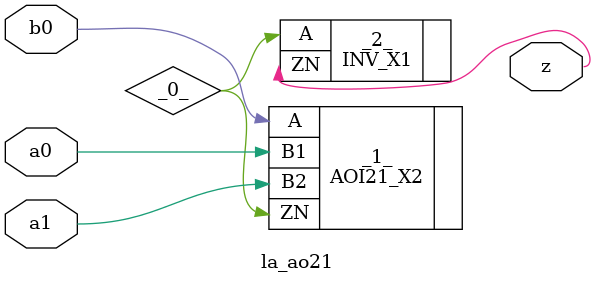
<source format=v>
/* Generated by Yosys 0.37 (git sha1 a5c7f69ed, clang 14.0.0-1ubuntu1.1 -fPIC -Os) */

module la_ao21(a0, a1, b0, z);
  wire _0_;
  input a0;
  wire a0;
  input a1;
  wire a1;
  input b0;
  wire b0;
  output z;
  wire z;
  AOI21_X2 _1_ (
    .A(b0),
    .B1(a0),
    .B2(a1),
    .ZN(_0_)
  );
  INV_X1 _2_ (
    .A(_0_),
    .ZN(z)
  );
endmodule

</source>
